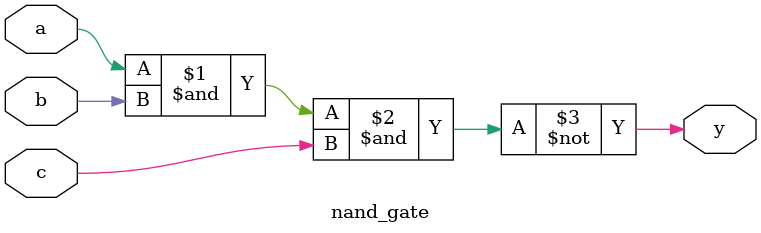
<source format=v>
module nand_gate(a,b,c,y);
input a,b,c;
output y;

assign y= ~(a&b&c);

endmodule
</source>
